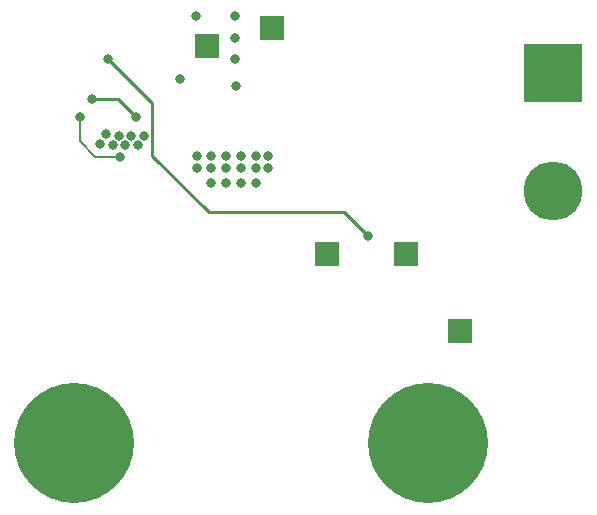
<source format=gbr>
%TF.GenerationSoftware,KiCad,Pcbnew,(6.0.8)*%
%TF.CreationDate,2023-02-08T18:10:39+01:00*%
%TF.ProjectId,power supply prototype,706f7765-7220-4737-9570-706c79207072,rev?*%
%TF.SameCoordinates,Original*%
%TF.FileFunction,Copper,L2,Inr*%
%TF.FilePolarity,Positive*%
%FSLAX46Y46*%
G04 Gerber Fmt 4.6, Leading zero omitted, Abs format (unit mm)*
G04 Created by KiCad (PCBNEW (6.0.8)) date 2023-02-08 18:10:39*
%MOMM*%
%LPD*%
G01*
G04 APERTURE LIST*
%TA.AperFunction,ComponentPad*%
%ADD10R,2.000000X2.000000*%
%TD*%
%TA.AperFunction,ComponentPad*%
%ADD11R,5.000000X5.000000*%
%TD*%
%TA.AperFunction,ComponentPad*%
%ADD12O,5.000000X5.000000*%
%TD*%
%TA.AperFunction,ComponentPad*%
%ADD13C,10.160000*%
%TD*%
%TA.AperFunction,ViaPad*%
%ADD14C,0.800000*%
%TD*%
%TA.AperFunction,Conductor*%
%ADD15C,0.250000*%
%TD*%
%TA.AperFunction,Conductor*%
%ADD16C,0.200000*%
%TD*%
G04 APERTURE END LIST*
D10*
%TO.N,/power supply/COMP*%
%TO.C,TP4*%
X134400000Y-78400000D03*
%TD*%
%TO.N,+BATT*%
%TO.C,TP1*%
X139900000Y-76900000D03*
%TD*%
%TO.N,Net-(L1-Pad2)*%
%TO.C,TP5*%
X144500000Y-96000000D03*
%TD*%
%TO.N,+5V*%
%TO.C,TP3*%
X155750000Y-102500000D03*
%TD*%
%TO.N,+5V*%
%TO.C,TP2*%
X151200000Y-96000000D03*
%TD*%
D11*
%TO.N,+BATT*%
%TO.C,Input*%
X163700000Y-80700000D03*
D12*
%TO.N,-BATT*%
X163700000Y-90700000D03*
%TD*%
D13*
%TO.N,+5V*%
%TO.C,J1*%
X153100000Y-112000000D03*
%TO.N,-BATT*%
X123130000Y-112000000D03*
%TD*%
D14*
%TO.N,-BATT*%
X136750000Y-77750000D03*
X136750000Y-79500000D03*
X138500000Y-90000000D03*
X137250000Y-90000000D03*
X136000000Y-90000000D03*
X134750000Y-90000000D03*
X139500000Y-88750000D03*
X139500000Y-87750000D03*
X138500000Y-88750000D03*
X138500000Y-87750000D03*
X137250000Y-88750000D03*
X137250000Y-87750000D03*
X136000000Y-88750000D03*
X136000000Y-87750000D03*
X134750000Y-88750000D03*
X134750000Y-87750000D03*
X133500000Y-88750000D03*
X133500000Y-87750000D03*
%TO.N,+5V*%
X148000000Y-94500000D03*
%TO.N,-BATT*%
X126400000Y-86800000D03*
X128500000Y-86800000D03*
X126900000Y-86000000D03*
X133400000Y-75900000D03*
X136700000Y-75900000D03*
X129000000Y-86000000D03*
X125800000Y-85900000D03*
X127400000Y-86800000D03*
X125300000Y-86700000D03*
X132100000Y-81200000D03*
X136800000Y-81800000D03*
X127900000Y-86000000D03*
%TO.N,/power supply/LX*%
X127000000Y-87800000D03*
X123600000Y-84400000D03*
%TO.N,+5V*%
X126000000Y-79500000D03*
%TO.N,/power supply/RESET*%
X124600000Y-82900000D03*
X128399248Y-84454917D03*
%TD*%
D15*
%TO.N,+5V*%
X144250000Y-92500000D02*
X146000000Y-92500000D01*
X134500000Y-92500000D02*
X144250000Y-92500000D01*
X146000000Y-92500000D02*
X148000000Y-94500000D01*
X129750000Y-87750000D02*
X134500000Y-92500000D01*
D16*
%TO.N,/power supply/LX*%
X123600000Y-86489950D02*
X124910050Y-87800000D01*
X123600000Y-84400000D02*
X123600000Y-86489950D01*
X124910050Y-87800000D02*
X127000000Y-87800000D01*
D15*
%TO.N,+5V*%
X129750000Y-83250000D02*
X129750000Y-87750000D01*
X126000000Y-79500000D02*
X129750000Y-83250000D01*
%TO.N,/power supply/RESET*%
X126844331Y-82900000D02*
X124600000Y-82900000D01*
X128399248Y-84454917D02*
X126844331Y-82900000D01*
%TD*%
M02*

</source>
